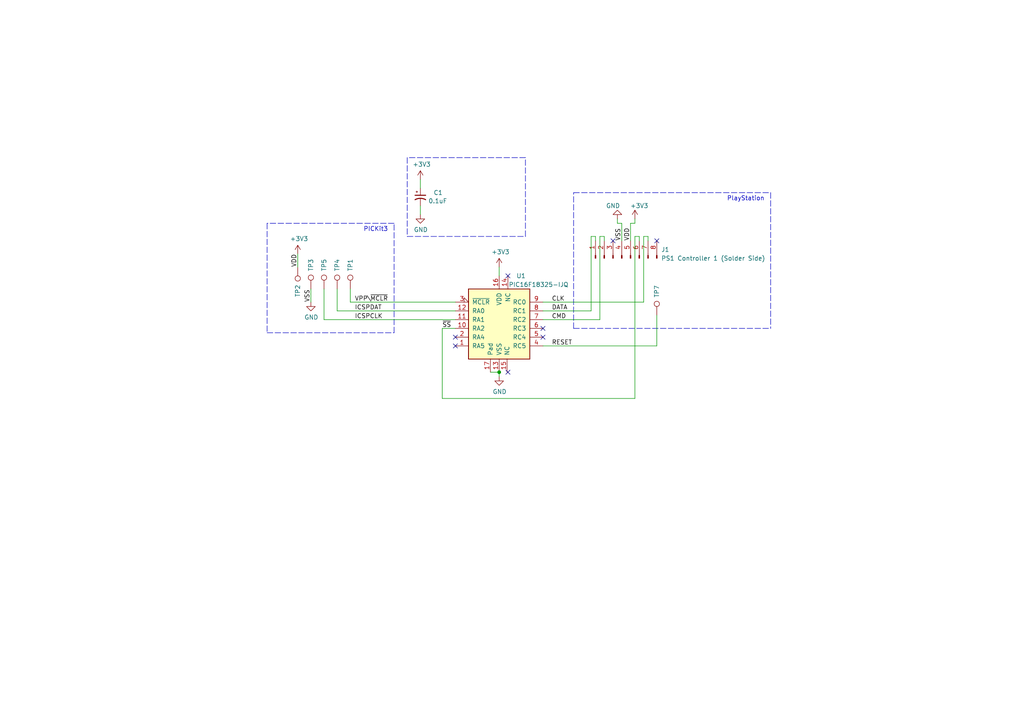
<source format=kicad_sch>
(kicad_sch
	(version 20231120)
	(generator "eeschema")
	(generator_version "8.0")
	(uuid "aa437070-b0bc-4d0e-97af-68906d85e10c")
	(paper "A4")
	(lib_symbols
		(symbol "Connector:TestPoint"
			(pin_numbers hide)
			(pin_names
				(offset 0.762) hide)
			(exclude_from_sim no)
			(in_bom yes)
			(on_board yes)
			(property "Reference" "TP"
				(at 0 6.858 0)
				(effects
					(font
						(size 1.27 1.27)
					)
				)
			)
			(property "Value" "TestPoint"
				(at 0 5.08 0)
				(effects
					(font
						(size 1.27 1.27)
					)
				)
			)
			(property "Footprint" ""
				(at 5.08 0 0)
				(effects
					(font
						(size 1.27 1.27)
					)
					(hide yes)
				)
			)
			(property "Datasheet" "~"
				(at 5.08 0 0)
				(effects
					(font
						(size 1.27 1.27)
					)
					(hide yes)
				)
			)
			(property "Description" "test point"
				(at 0 0 0)
				(effects
					(font
						(size 1.27 1.27)
					)
					(hide yes)
				)
			)
			(property "ki_keywords" "test point tp"
				(at 0 0 0)
				(effects
					(font
						(size 1.27 1.27)
					)
					(hide yes)
				)
			)
			(property "ki_fp_filters" "Pin* Test*"
				(at 0 0 0)
				(effects
					(font
						(size 1.27 1.27)
					)
					(hide yes)
				)
			)
			(symbol "TestPoint_0_1"
				(circle
					(center 0 3.302)
					(radius 0.762)
					(stroke
						(width 0)
						(type default)
					)
					(fill
						(type none)
					)
				)
			)
			(symbol "TestPoint_1_1"
				(pin passive line
					(at 0 0 90)
					(length 2.54)
					(name "1"
						(effects
							(font
								(size 1.27 1.27)
							)
						)
					)
					(number "1"
						(effects
							(font
								(size 1.27 1.27)
							)
						)
					)
				)
			)
		)
		(symbol "PS1-IGR JFT CTRLR Center-rescue:+3.3V-power"
			(power)
			(pin_names
				(offset 0)
			)
			(exclude_from_sim no)
			(in_bom yes)
			(on_board yes)
			(property "Reference" "#PWR"
				(at 0 -3.81 0)
				(effects
					(font
						(size 1.27 1.27)
					)
					(hide yes)
				)
			)
			(property "Value" "power_+3.3V"
				(at 0 3.556 0)
				(effects
					(font
						(size 1.27 1.27)
					)
				)
			)
			(property "Footprint" ""
				(at 0 0 0)
				(effects
					(font
						(size 1.27 1.27)
					)
					(hide yes)
				)
			)
			(property "Datasheet" ""
				(at 0 0 0)
				(effects
					(font
						(size 1.27 1.27)
					)
					(hide yes)
				)
			)
			(property "Description" ""
				(at 0 0 0)
				(effects
					(font
						(size 1.27 1.27)
					)
					(hide yes)
				)
			)
			(symbol "+3.3V-power_0_1"
				(polyline
					(pts
						(xy -0.762 1.27) (xy 0 2.54)
					)
					(stroke
						(width 0)
						(type solid)
					)
					(fill
						(type none)
					)
				)
				(polyline
					(pts
						(xy 0 0) (xy 0 2.54)
					)
					(stroke
						(width 0)
						(type solid)
					)
					(fill
						(type none)
					)
				)
				(polyline
					(pts
						(xy 0 2.54) (xy 0.762 1.27)
					)
					(stroke
						(width 0)
						(type solid)
					)
					(fill
						(type none)
					)
				)
			)
			(symbol "+3.3V-power_1_1"
				(pin power_in line
					(at 0 0 90)
					(length 0) hide
					(name "+3V3"
						(effects
							(font
								(size 1.27 1.27)
							)
						)
					)
					(number "1"
						(effects
							(font
								(size 1.27 1.27)
							)
						)
					)
				)
			)
		)
		(symbol "PS1-IGR JFT CTRLR Center-rescue:Conn_01x08_Male-Connector"
			(pin_names
				(offset 1.016) hide)
			(exclude_from_sim no)
			(in_bom yes)
			(on_board yes)
			(property "Reference" "J"
				(at 0 10.16 0)
				(effects
					(font
						(size 1.27 1.27)
					)
				)
			)
			(property "Value" "Connector_Conn_01x08_Male"
				(at 0 -12.7 0)
				(effects
					(font
						(size 1.27 1.27)
					)
				)
			)
			(property "Footprint" ""
				(at 0 0 0)
				(effects
					(font
						(size 1.27 1.27)
					)
					(hide yes)
				)
			)
			(property "Datasheet" ""
				(at 0 0 0)
				(effects
					(font
						(size 1.27 1.27)
					)
					(hide yes)
				)
			)
			(property "Description" ""
				(at 0 0 0)
				(effects
					(font
						(size 1.27 1.27)
					)
					(hide yes)
				)
			)
			(property "ki_fp_filters" "Connector*:*_1x??_*"
				(at 0 0 0)
				(effects
					(font
						(size 1.27 1.27)
					)
					(hide yes)
				)
			)
			(symbol "Conn_01x08_Male-Connector_1_1"
				(polyline
					(pts
						(xy 1.27 -10.16) (xy 0.8636 -10.16)
					)
					(stroke
						(width 0.1524)
						(type solid)
					)
					(fill
						(type none)
					)
				)
				(polyline
					(pts
						(xy 1.27 -7.62) (xy 0.8636 -7.62)
					)
					(stroke
						(width 0.1524)
						(type solid)
					)
					(fill
						(type none)
					)
				)
				(polyline
					(pts
						(xy 1.27 -5.08) (xy 0.8636 -5.08)
					)
					(stroke
						(width 0.1524)
						(type solid)
					)
					(fill
						(type none)
					)
				)
				(polyline
					(pts
						(xy 1.27 -2.54) (xy 0.8636 -2.54)
					)
					(stroke
						(width 0.1524)
						(type solid)
					)
					(fill
						(type none)
					)
				)
				(polyline
					(pts
						(xy 1.27 0) (xy 0.8636 0)
					)
					(stroke
						(width 0.1524)
						(type solid)
					)
					(fill
						(type none)
					)
				)
				(polyline
					(pts
						(xy 1.27 2.54) (xy 0.8636 2.54)
					)
					(stroke
						(width 0.1524)
						(type solid)
					)
					(fill
						(type none)
					)
				)
				(polyline
					(pts
						(xy 1.27 5.08) (xy 0.8636 5.08)
					)
					(stroke
						(width 0.1524)
						(type solid)
					)
					(fill
						(type none)
					)
				)
				(polyline
					(pts
						(xy 1.27 7.62) (xy 0.8636 7.62)
					)
					(stroke
						(width 0.1524)
						(type solid)
					)
					(fill
						(type none)
					)
				)
				(rectangle
					(start 0.8636 -10.033)
					(end 0 -10.287)
					(stroke
						(width 0.1524)
						(type solid)
					)
					(fill
						(type outline)
					)
				)
				(rectangle
					(start 0.8636 -7.493)
					(end 0 -7.747)
					(stroke
						(width 0.1524)
						(type solid)
					)
					(fill
						(type outline)
					)
				)
				(rectangle
					(start 0.8636 -4.953)
					(end 0 -5.207)
					(stroke
						(width 0.1524)
						(type solid)
					)
					(fill
						(type outline)
					)
				)
				(rectangle
					(start 0.8636 -2.413)
					(end 0 -2.667)
					(stroke
						(width 0.1524)
						(type solid)
					)
					(fill
						(type outline)
					)
				)
				(rectangle
					(start 0.8636 0.127)
					(end 0 -0.127)
					(stroke
						(width 0.1524)
						(type solid)
					)
					(fill
						(type outline)
					)
				)
				(rectangle
					(start 0.8636 2.667)
					(end 0 2.413)
					(stroke
						(width 0.1524)
						(type solid)
					)
					(fill
						(type outline)
					)
				)
				(rectangle
					(start 0.8636 5.207)
					(end 0 4.953)
					(stroke
						(width 0.1524)
						(type solid)
					)
					(fill
						(type outline)
					)
				)
				(rectangle
					(start 0.8636 7.747)
					(end 0 7.493)
					(stroke
						(width 0.1524)
						(type solid)
					)
					(fill
						(type outline)
					)
				)
				(pin passive line
					(at 5.08 7.62 180)
					(length 3.81)
					(name "Pin_1"
						(effects
							(font
								(size 1.27 1.27)
							)
						)
					)
					(number "1"
						(effects
							(font
								(size 1.27 1.27)
							)
						)
					)
				)
				(pin passive line
					(at 5.08 5.08 180)
					(length 3.81)
					(name "Pin_2"
						(effects
							(font
								(size 1.27 1.27)
							)
						)
					)
					(number "2"
						(effects
							(font
								(size 1.27 1.27)
							)
						)
					)
				)
				(pin passive line
					(at 5.08 2.54 180)
					(length 3.81)
					(name "Pin_3"
						(effects
							(font
								(size 1.27 1.27)
							)
						)
					)
					(number "3"
						(effects
							(font
								(size 1.27 1.27)
							)
						)
					)
				)
				(pin passive line
					(at 5.08 0 180)
					(length 3.81)
					(name "Pin_4"
						(effects
							(font
								(size 1.27 1.27)
							)
						)
					)
					(number "4"
						(effects
							(font
								(size 1.27 1.27)
							)
						)
					)
				)
				(pin passive line
					(at 5.08 -2.54 180)
					(length 3.81)
					(name "Pin_5"
						(effects
							(font
								(size 1.27 1.27)
							)
						)
					)
					(number "5"
						(effects
							(font
								(size 1.27 1.27)
							)
						)
					)
				)
				(pin passive line
					(at 5.08 -5.08 180)
					(length 3.81)
					(name "Pin_6"
						(effects
							(font
								(size 1.27 1.27)
							)
						)
					)
					(number "6"
						(effects
							(font
								(size 1.27 1.27)
							)
						)
					)
				)
				(pin passive line
					(at 5.08 -7.62 180)
					(length 3.81)
					(name "Pin_7"
						(effects
							(font
								(size 1.27 1.27)
							)
						)
					)
					(number "7"
						(effects
							(font
								(size 1.27 1.27)
							)
						)
					)
				)
				(pin passive line
					(at 5.08 -10.16 180)
					(length 3.81)
					(name "Pin_8"
						(effects
							(font
								(size 1.27 1.27)
							)
						)
					)
					(number "8"
						(effects
							(font
								(size 1.27 1.27)
							)
						)
					)
				)
			)
		)
		(symbol "PS1-IGR JFT CTRLR Center-rescue:GND-power"
			(power)
			(pin_names
				(offset 0)
			)
			(exclude_from_sim no)
			(in_bom yes)
			(on_board yes)
			(property "Reference" "#PWR"
				(at 0 -6.35 0)
				(effects
					(font
						(size 1.27 1.27)
					)
					(hide yes)
				)
			)
			(property "Value" "power_GND"
				(at 0 -3.81 0)
				(effects
					(font
						(size 1.27 1.27)
					)
				)
			)
			(property "Footprint" ""
				(at 0 0 0)
				(effects
					(font
						(size 1.27 1.27)
					)
					(hide yes)
				)
			)
			(property "Datasheet" ""
				(at 0 0 0)
				(effects
					(font
						(size 1.27 1.27)
					)
					(hide yes)
				)
			)
			(property "Description" ""
				(at 0 0 0)
				(effects
					(font
						(size 1.27 1.27)
					)
					(hide yes)
				)
			)
			(symbol "GND-power_0_1"
				(polyline
					(pts
						(xy 0 0) (xy 0 -1.27) (xy 1.27 -1.27) (xy 0 -2.54) (xy -1.27 -1.27) (xy 0 -1.27)
					)
					(stroke
						(width 0)
						(type solid)
					)
					(fill
						(type none)
					)
				)
			)
			(symbol "GND-power_1_1"
				(pin power_in line
					(at 0 0 270)
					(length 0) hide
					(name "GND"
						(effects
							(font
								(size 1.27 1.27)
							)
						)
					)
					(number "1"
						(effects
							(font
								(size 1.27 1.27)
							)
						)
					)
				)
			)
		)
		(symbol "PlayStation-1-Reset-Mod-rescue:C_Polarized_Small_US-Device"
			(pin_numbers hide)
			(pin_names
				(offset 0.254) hide)
			(exclude_from_sim no)
			(in_bom yes)
			(on_board yes)
			(property "Reference" "C"
				(at 0.254 1.778 0)
				(effects
					(font
						(size 1.27 1.27)
					)
					(justify left)
				)
			)
			(property "Value" "C_Polarized_Small_US-Device"
				(at 0.254 -2.032 0)
				(effects
					(font
						(size 1.27 1.27)
					)
					(justify left)
				)
			)
			(property "Footprint" ""
				(at 0 0 0)
				(effects
					(font
						(size 1.27 1.27)
					)
					(hide yes)
				)
			)
			(property "Datasheet" ""
				(at 0 0 0)
				(effects
					(font
						(size 1.27 1.27)
					)
					(hide yes)
				)
			)
			(property "Description" ""
				(at 0 0 0)
				(effects
					(font
						(size 1.27 1.27)
					)
					(hide yes)
				)
			)
			(property "ki_fp_filters" "CP_*"
				(at 0 0 0)
				(effects
					(font
						(size 1.27 1.27)
					)
					(hide yes)
				)
			)
			(symbol "C_Polarized_Small_US-Device_0_1"
				(polyline
					(pts
						(xy -1.524 0.508) (xy 1.524 0.508)
					)
					(stroke
						(width 0.3048)
						(type solid)
					)
					(fill
						(type none)
					)
				)
				(polyline
					(pts
						(xy -1.27 1.524) (xy -0.762 1.524)
					)
					(stroke
						(width 0)
						(type solid)
					)
					(fill
						(type none)
					)
				)
				(polyline
					(pts
						(xy -1.016 1.27) (xy -1.016 1.778)
					)
					(stroke
						(width 0)
						(type solid)
					)
					(fill
						(type none)
					)
				)
				(arc
					(start 1.524 -0.762)
					(mid 0 -0.3734)
					(end -1.524 -0.762)
					(stroke
						(width 0.3048)
						(type solid)
					)
					(fill
						(type none)
					)
				)
			)
			(symbol "C_Polarized_Small_US-Device_1_1"
				(pin passive line
					(at 0 2.54 270)
					(length 2.032)
					(name "~"
						(effects
							(font
								(size 1.27 1.27)
							)
						)
					)
					(number "1"
						(effects
							(font
								(size 1.27 1.27)
							)
						)
					)
				)
				(pin passive line
					(at 0 -2.54 90)
					(length 2.032)
					(name "~"
						(effects
							(font
								(size 1.27 1.27)
							)
						)
					)
					(number "2"
						(effects
							(font
								(size 1.27 1.27)
							)
						)
					)
				)
			)
		)
		(symbol "PlayStation-1-Reset-Mod:PIC16F18325-IJQ"
			(pin_names
				(offset 1.016)
			)
			(exclude_from_sim no)
			(in_bom yes)
			(on_board yes)
			(property "Reference" "U"
				(at 5.08 12.7 0)
				(effects
					(font
						(size 1.27 1.27)
					)
				)
			)
			(property "Value" "PIC16F18325-IJQ"
				(at -12.7 12.7 0)
				(effects
					(font
						(size 1.27 1.27)
					)
				)
			)
			(property "Footprint" "Package_SO:SOIC-14_3.9x8.7mm_P1.27mm"
				(at 0 -27.94 0)
				(effects
					(font
						(size 1.27 1.27)
					)
					(hide yes)
				)
			)
			(property "Datasheet" ""
				(at 0 0 0)
				(effects
					(font
						(size 1.27 1.27)
					)
					(hide yes)
				)
			)
			(property "Description" ""
				(at 0 0 0)
				(effects
					(font
						(size 1.27 1.27)
					)
					(hide yes)
				)
			)
			(symbol "PIC16F18325-IJQ_1_1"
				(rectangle
					(start -8.89 11.43)
					(end 8.89 -8.89)
					(stroke
						(width 0.254)
						(type solid)
					)
					(fill
						(type background)
					)
				)
				(pin bidirectional line
					(at -12.7 -5.08 0)
					(length 3.81)
					(name "RA5"
						(effects
							(font
								(size 1.27 1.27)
							)
						)
					)
					(number "1"
						(effects
							(font
								(size 1.27 1.27)
							)
						)
					)
				)
				(pin bidirectional line
					(at -12.7 0 0)
					(length 3.81)
					(name "RA2"
						(effects
							(font
								(size 1.27 1.27)
							)
						)
					)
					(number "10"
						(effects
							(font
								(size 1.27 1.27)
							)
						)
					)
				)
				(pin bidirectional line
					(at -12.7 2.54 0)
					(length 3.81)
					(name "RA1"
						(effects
							(font
								(size 1.27 1.27)
							)
						)
					)
					(number "11"
						(effects
							(font
								(size 1.27 1.27)
							)
						)
					)
				)
				(pin bidirectional line
					(at -12.7 5.08 0)
					(length 3.81)
					(name "RA0"
						(effects
							(font
								(size 1.27 1.27)
							)
						)
					)
					(number "12"
						(effects
							(font
								(size 1.27 1.27)
							)
						)
					)
				)
				(pin power_in line
					(at 0 -12.7 90)
					(length 3.81)
					(name "VSS"
						(effects
							(font
								(size 1.27 1.27)
							)
						)
					)
					(number "13"
						(effects
							(font
								(size 1.27 1.27)
							)
						)
					)
				)
				(pin bidirectional line
					(at 2.54 15.24 270)
					(length 3.81)
					(name "NC"
						(effects
							(font
								(size 1.27 1.27)
							)
						)
					)
					(number "14"
						(effects
							(font
								(size 1.27 1.27)
							)
						)
					)
				)
				(pin bidirectional line
					(at 2.286 -12.7 90)
					(length 3.81)
					(name "NC"
						(effects
							(font
								(size 1.27 1.27)
							)
						)
					)
					(number "15"
						(effects
							(font
								(size 1.27 1.27)
							)
						)
					)
				)
				(pin power_in line
					(at 0 15.24 270)
					(length 3.81)
					(name "VDD"
						(effects
							(font
								(size 1.27 1.27)
							)
						)
					)
					(number "16"
						(effects
							(font
								(size 1.27 1.27)
							)
						)
					)
				)
				(pin power_in line
					(at -2.54 -12.7 90)
					(length 3.81)
					(name "Pad"
						(effects
							(font
								(size 1.27 1.27)
							)
						)
					)
					(number "17"
						(effects
							(font
								(size 1.27 1.27)
							)
						)
					)
				)
				(pin bidirectional line
					(at -12.7 -2.54 0)
					(length 3.81)
					(name "RA4"
						(effects
							(font
								(size 1.27 1.27)
							)
						)
					)
					(number "2"
						(effects
							(font
								(size 1.27 1.27)
							)
						)
					)
				)
				(pin input input_low
					(at -12.7 7.62 0)
					(length 3.81)
					(name "~{MCLR}"
						(effects
							(font
								(size 1.27 1.27)
							)
						)
					)
					(number "3"
						(effects
							(font
								(size 1.27 1.27)
							)
						)
					)
				)
				(pin bidirectional line
					(at 12.7 -5.08 180)
					(length 3.81)
					(name "RC5"
						(effects
							(font
								(size 1.27 1.27)
							)
						)
					)
					(number "4"
						(effects
							(font
								(size 1.27 1.27)
							)
						)
					)
				)
				(pin bidirectional line
					(at 12.7 -2.54 180)
					(length 3.81)
					(name "RC4"
						(effects
							(font
								(size 1.27 1.27)
							)
						)
					)
					(number "5"
						(effects
							(font
								(size 1.27 1.27)
							)
						)
					)
				)
				(pin bidirectional line
					(at 12.7 0 180)
					(length 3.81)
					(name "RC3"
						(effects
							(font
								(size 1.27 1.27)
							)
						)
					)
					(number "6"
						(effects
							(font
								(size 1.27 1.27)
							)
						)
					)
				)
				(pin bidirectional line
					(at 12.7 2.54 180)
					(length 3.81)
					(name "RC2"
						(effects
							(font
								(size 1.27 1.27)
							)
						)
					)
					(number "7"
						(effects
							(font
								(size 1.27 1.27)
							)
						)
					)
				)
				(pin bidirectional line
					(at 12.7 5.08 180)
					(length 3.81)
					(name "RC1"
						(effects
							(font
								(size 1.27 1.27)
							)
						)
					)
					(number "8"
						(effects
							(font
								(size 1.27 1.27)
							)
						)
					)
				)
				(pin bidirectional line
					(at 12.7 7.62 180)
					(length 3.81)
					(name "RC0"
						(effects
							(font
								(size 1.27 1.27)
							)
						)
					)
					(number "9"
						(effects
							(font
								(size 1.27 1.27)
							)
						)
					)
				)
			)
		)
	)
	(junction
		(at 144.78 107.95)
		(diameter 0)
		(color 0 0 0 0)
		(uuid "4c8717a7-d1a3-43b6-98ee-a7950242a3bc")
	)
	(no_connect
		(at 132.08 100.33)
		(uuid "0e177869-773f-46b5-8da5-0699546474ed")
	)
	(no_connect
		(at 147.32 107.95)
		(uuid "3e825a9d-e37f-452a-833a-bef2a2beca2b")
	)
	(no_connect
		(at 132.08 97.79)
		(uuid "45125858-e531-48f4-b8c4-7609bd35c61d")
	)
	(no_connect
		(at 147.32 80.01)
		(uuid "7d8fbb6e-7391-4a47-8586-0112d1ba8fda")
	)
	(no_connect
		(at 190.5 69.85)
		(uuid "8e364ac8-720e-4483-bbd1-6ad01cf60ebc")
	)
	(no_connect
		(at 177.8 69.85)
		(uuid "93e9212c-6072-47e1-8844-0f0d59098fd2")
	)
	(no_connect
		(at 157.48 97.79)
		(uuid "9b02127d-4f99-4a03-9efd-5398549c63ba")
	)
	(no_connect
		(at 157.48 95.25)
		(uuid "a7f06b38-d444-498d-9304-6e9dd4f541dd")
	)
	(wire
		(pts
			(xy 182.88 64.77) (xy 182.88 69.85)
		)
		(stroke
			(width 0)
			(type default)
		)
		(uuid "0f266cba-92e1-4580-80dc-4eec4ee09aa1")
	)
	(wire
		(pts
			(xy 157.48 100.33) (xy 190.5 100.33)
		)
		(stroke
			(width 0)
			(type default)
		)
		(uuid "0f8e5210-a177-4083-9c24-f37a1a033d60")
	)
	(wire
		(pts
			(xy 184.15 63.5) (xy 184.15 64.77)
		)
		(stroke
			(width 0)
			(type default)
		)
		(uuid "10d10b16-fcae-40fb-8140-f402c155d22d")
	)
	(wire
		(pts
			(xy 157.48 92.71) (xy 173.99 92.71)
		)
		(stroke
			(width 0)
			(type default)
		)
		(uuid "159a8ac8-a787-46a1-b3b5-0c256d4679b4")
	)
	(wire
		(pts
			(xy 184.15 68.58) (xy 184.15 115.57)
		)
		(stroke
			(width 0)
			(type default)
		)
		(uuid "1797ad9d-115d-4ecb-9fde-b603250452d1")
	)
	(wire
		(pts
			(xy 187.96 68.58) (xy 186.69 68.58)
		)
		(stroke
			(width 0)
			(type default)
		)
		(uuid "1c40007a-16e9-4bd0-9ffd-105f51314d2a")
	)
	(polyline
		(pts
			(xy 114.3 96.52) (xy 114.3 64.77)
		)
		(stroke
			(width 0)
			(type dash)
		)
		(uuid "1eb5c126-c68d-4046-9c80-9ab9c203767f")
	)
	(wire
		(pts
			(xy 144.78 109.22) (xy 144.78 107.95)
		)
		(stroke
			(width 0)
			(type default)
		)
		(uuid "2919832e-ce1c-40ee-a993-a9e5810e6d61")
	)
	(wire
		(pts
			(xy 132.08 90.17) (xy 97.79 90.17)
		)
		(stroke
			(width 0)
			(type default)
		)
		(uuid "2ae6642b-8517-4847-acbc-db84426811d4")
	)
	(wire
		(pts
			(xy 142.24 107.95) (xy 144.78 107.95)
		)
		(stroke
			(width 0)
			(type default)
		)
		(uuid "3d121156-e1f4-499b-bcee-d8b4bcba1af1")
	)
	(wire
		(pts
			(xy 173.99 92.71) (xy 173.99 68.58)
		)
		(stroke
			(width 0)
			(type default)
		)
		(uuid "3edc9b9b-13fc-4e13-9e33-2be64ee71b60")
	)
	(wire
		(pts
			(xy 185.42 68.58) (xy 184.15 68.58)
		)
		(stroke
			(width 0)
			(type default)
		)
		(uuid "439d3591-6b35-4683-b3de-4fdd7ea3c0b4")
	)
	(polyline
		(pts
			(xy 114.3 64.77) (xy 77.47 64.77)
		)
		(stroke
			(width 0)
			(type dash)
		)
		(uuid "44c3489b-027b-41b7-b77f-da962178fcc2")
	)
	(wire
		(pts
			(xy 186.69 68.58) (xy 186.69 87.63)
		)
		(stroke
			(width 0)
			(type default)
		)
		(uuid "44da92df-2bac-496c-a089-4e7f3a428eab")
	)
	(wire
		(pts
			(xy 101.6 87.63) (xy 132.08 87.63)
		)
		(stroke
			(width 0)
			(type default)
		)
		(uuid "44dc621b-17bf-4257-9683-02d65e02396a")
	)
	(wire
		(pts
			(xy 171.45 68.58) (xy 172.72 68.58)
		)
		(stroke
			(width 0)
			(type default)
		)
		(uuid "483a1df7-275e-41aa-952b-66a6b10d768f")
	)
	(polyline
		(pts
			(xy 223.52 55.88) (xy 223.52 95.25)
		)
		(stroke
			(width 0)
			(type dash)
		)
		(uuid "4ce0fd4c-8933-4ddb-950e-d73796072227")
	)
	(wire
		(pts
			(xy 187.96 69.85) (xy 187.96 68.58)
		)
		(stroke
			(width 0)
			(type default)
		)
		(uuid "5c740b12-331d-406c-9cc7-aec2ba3bc1eb")
	)
	(wire
		(pts
			(xy 144.78 77.47) (xy 144.78 80.01)
		)
		(stroke
			(width 0)
			(type default)
		)
		(uuid "5deb8392-1a69-4544-b778-c9df30576a16")
	)
	(wire
		(pts
			(xy 171.45 68.58) (xy 171.45 90.17)
		)
		(stroke
			(width 0)
			(type default)
		)
		(uuid "64c4bb02-d37f-4772-a5b4-ce6484e733e9")
	)
	(wire
		(pts
			(xy 157.48 87.63) (xy 186.69 87.63)
		)
		(stroke
			(width 0)
			(type default)
		)
		(uuid "65a276ca-15cf-4ca0-81d7-10ed9c9e9124")
	)
	(polyline
		(pts
			(xy 166.37 55.88) (xy 223.52 55.88)
		)
		(stroke
			(width 0)
			(type dash)
		)
		(uuid "66ee1ba8-1888-42ec-b0f2-22cc398cf90e")
	)
	(wire
		(pts
			(xy 90.17 83.82) (xy 90.17 87.63)
		)
		(stroke
			(width 0)
			(type default)
		)
		(uuid "684f384f-1622-44aa-a33d-acb31399e631")
	)
	(wire
		(pts
			(xy 185.42 69.85) (xy 185.42 68.58)
		)
		(stroke
			(width 0)
			(type default)
		)
		(uuid "7229a047-5046-4881-9238-efa1958eb88d")
	)
	(wire
		(pts
			(xy 172.72 68.58) (xy 172.72 69.85)
		)
		(stroke
			(width 0)
			(type default)
		)
		(uuid "740b746a-0e88-4a92-bf7c-555271078c27")
	)
	(polyline
		(pts
			(xy 77.47 96.52) (xy 114.3 96.52)
		)
		(stroke
			(width 0)
			(type dash)
		)
		(uuid "773e7043-761e-4400-9d3a-ba853e848d9d")
	)
	(wire
		(pts
			(xy 179.07 63.5) (xy 179.07 64.77)
		)
		(stroke
			(width 0)
			(type default)
		)
		(uuid "8679fe5c-5058-4547-98c1-4a2ce25afe01")
	)
	(wire
		(pts
			(xy 173.99 68.58) (xy 175.26 68.58)
		)
		(stroke
			(width 0)
			(type default)
		)
		(uuid "86a40c4f-509b-4cc1-b00c-cbbdf5e6f931")
	)
	(wire
		(pts
			(xy 101.6 87.63) (xy 101.6 83.82)
		)
		(stroke
			(width 0)
			(type default)
		)
		(uuid "8e0573c0-d20f-4b5e-826c-f23ccc9830d7")
	)
	(wire
		(pts
			(xy 175.26 68.58) (xy 175.26 69.85)
		)
		(stroke
			(width 0)
			(type default)
		)
		(uuid "934dde76-5bb4-4fab-8a09-c0ab89165744")
	)
	(wire
		(pts
			(xy 128.27 115.57) (xy 184.15 115.57)
		)
		(stroke
			(width 0)
			(type default)
		)
		(uuid "96ff21da-2994-4c08-9601-ea0d5a1d9201")
	)
	(wire
		(pts
			(xy 93.98 92.71) (xy 132.08 92.71)
		)
		(stroke
			(width 0)
			(type default)
		)
		(uuid "9a10d589-633b-4b99-9a62-9242c0953403")
	)
	(wire
		(pts
			(xy 121.92 59.69) (xy 121.92 62.23)
		)
		(stroke
			(width 0)
			(type default)
		)
		(uuid "9a1cabad-0238-47a1-a08a-e8d061e84d78")
	)
	(wire
		(pts
			(xy 128.27 95.25) (xy 128.27 115.57)
		)
		(stroke
			(width 0)
			(type default)
		)
		(uuid "a06bf09b-af9c-4335-a885-60d2ae79f73d")
	)
	(polyline
		(pts
			(xy 118.11 68.58) (xy 152.4 68.58)
		)
		(stroke
			(width 0)
			(type dash)
		)
		(uuid "a5e7c4a5-b888-4ef5-9a95-15d795a2df74")
	)
	(wire
		(pts
			(xy 86.36 77.47) (xy 86.36 73.66)
		)
		(stroke
			(width 0)
			(type default)
		)
		(uuid "a6170476-747c-4e00-865a-a86337274d86")
	)
	(wire
		(pts
			(xy 97.79 90.17) (xy 97.79 83.82)
		)
		(stroke
			(width 0)
			(type default)
		)
		(uuid "a91254b1-1f06-4402-8e94-0555fe5e8bde")
	)
	(polyline
		(pts
			(xy 152.4 68.58) (xy 152.4 45.72)
		)
		(stroke
			(width 0)
			(type dash)
		)
		(uuid "bcfc4d99-8ef3-463d-8ce4-9f6a6089d621")
	)
	(wire
		(pts
			(xy 190.5 100.33) (xy 190.5 91.44)
		)
		(stroke
			(width 0)
			(type default)
		)
		(uuid "bf729ead-3c84-4c68-a90f-988654a3da6d")
	)
	(wire
		(pts
			(xy 157.48 90.17) (xy 171.45 90.17)
		)
		(stroke
			(width 0)
			(type default)
		)
		(uuid "c0608895-96c9-4411-812b-b09c921e978a")
	)
	(polyline
		(pts
			(xy 152.4 45.72) (xy 118.11 45.72)
		)
		(stroke
			(width 0)
			(type dash)
		)
		(uuid "c8da598d-de17-47fd-8d8f-e76f6cb07fd4")
	)
	(wire
		(pts
			(xy 132.08 95.25) (xy 128.27 95.25)
		)
		(stroke
			(width 0)
			(type default)
		)
		(uuid "c93fb94c-b6d6-4783-971a-a6da3a6247d0")
	)
	(wire
		(pts
			(xy 179.07 64.77) (xy 180.34 64.77)
		)
		(stroke
			(width 0)
			(type default)
		)
		(uuid "cf4c52be-e2ed-4442-b62e-8bbf015579a9")
	)
	(wire
		(pts
			(xy 121.92 52.07) (xy 121.92 54.61)
		)
		(stroke
			(width 0)
			(type default)
		)
		(uuid "cf5d4920-72f1-4461-9415-b00e1a165e2d")
	)
	(polyline
		(pts
			(xy 166.37 95.25) (xy 166.37 55.88)
		)
		(stroke
			(width 0)
			(type dash)
		)
		(uuid "e095560b-6166-414b-b609-d8fd0ca8f12c")
	)
	(polyline
		(pts
			(xy 166.37 95.25) (xy 223.52 95.25)
		)
		(stroke
			(width 0)
			(type dash)
		)
		(uuid "e25cb9b7-e147-43bb-af97-cfe94d83ecdb")
	)
	(polyline
		(pts
			(xy 118.11 45.72) (xy 118.11 68.58)
		)
		(stroke
			(width 0)
			(type dash)
		)
		(uuid "ebe3af89-80ad-419a-9054-e770ac8957ea")
	)
	(wire
		(pts
			(xy 93.98 92.71) (xy 93.98 83.82)
		)
		(stroke
			(width 0)
			(type default)
		)
		(uuid "ee854b2d-57c8-492b-8a0c-bb6f2ca8f7ac")
	)
	(polyline
		(pts
			(xy 77.47 64.77) (xy 77.47 96.52)
		)
		(stroke
			(width 0)
			(type dash)
		)
		(uuid "ef62278d-b993-489b-a6b2-52fdc161aee1")
	)
	(wire
		(pts
			(xy 180.34 64.77) (xy 180.34 69.85)
		)
		(stroke
			(width 0)
			(type default)
		)
		(uuid "fc639bb1-e864-4a5c-9c43-39987cc38e99")
	)
	(wire
		(pts
			(xy 184.15 64.77) (xy 182.88 64.77)
		)
		(stroke
			(width 0)
			(type default)
		)
		(uuid "ff7ea938-2071-457b-a846-88a3df17a4f7")
	)
	(text "PlayStation"
		(exclude_from_sim no)
		(at 210.82 58.42 0)
		(effects
			(font
				(size 1.27 1.27)
			)
			(justify left bottom)
		)
		(uuid "5cef3561-3e9b-42b3-a637-8bdea2cb77d2")
	)
	(text "PICKit3"
		(exclude_from_sim no)
		(at 105.41 67.31 0)
		(effects
			(font
				(size 1.27 1.27)
			)
			(justify left bottom)
		)
		(uuid "b8ef227b-ddf4-4df3-8448-e14eb03c46f9")
	)
	(label "VSS"
		(at 180.34 69.85 90)
		(fields_autoplaced yes)
		(effects
			(font
				(size 1.27 1.27)
			)
			(justify left bottom)
		)
		(uuid "0db71a40-3d1d-4737-8d53-d88c4ebcc740")
	)
	(label "CLK"
		(at 160.02 87.63 0)
		(fields_autoplaced yes)
		(effects
			(font
				(size 1.27 1.27)
			)
			(justify left bottom)
		)
		(uuid "1a3d5866-6e54-4abf-83c5-f177dd8ef59a")
	)
	(label "DATA"
		(at 160.02 90.17 0)
		(fields_autoplaced yes)
		(effects
			(font
				(size 1.27 1.27)
			)
			(justify left bottom)
		)
		(uuid "45413478-ab4e-498d-a270-c70c8c971114")
	)
	(label "RESET"
		(at 160.02 100.33 0)
		(fields_autoplaced yes)
		(effects
			(font
				(size 1.27 1.27)
			)
			(justify left bottom)
		)
		(uuid "4be3ca4b-7110-4a7b-8e37-1a5609491e34")
	)
	(label "~{SS}"
		(at 128.27 95.25 0)
		(fields_autoplaced yes)
		(effects
			(font
				(size 1.27 1.27)
			)
			(justify left bottom)
		)
		(uuid "5d824e10-c179-4d16-b74b-a5821c90d5b1")
	)
	(label "ICSPDAT"
		(at 102.87 90.17 0)
		(fields_autoplaced yes)
		(effects
			(font
				(size 1.27 1.27)
			)
			(justify left bottom)
		)
		(uuid "6b58da60-b25f-4797-8677-48973ba4d5d4")
	)
	(label "VDD"
		(at 182.88 69.85 90)
		(fields_autoplaced yes)
		(effects
			(font
				(size 1.27 1.27)
			)
			(justify left bottom)
		)
		(uuid "7b1d057d-9092-4aa0-bd21-2208c851b643")
	)
	(label "VSS"
		(at 90.17 87.63 90)
		(fields_autoplaced yes)
		(effects
			(font
				(size 1.27 1.27)
			)
			(justify left bottom)
		)
		(uuid "92b06672-ed99-443f-b28c-4f5b9e6e3ed6")
	)
	(label "VPP\\~{MCLR}"
		(at 102.87 87.63 0)
		(fields_autoplaced yes)
		(effects
			(font
				(size 1.27 1.27)
			)
			(justify left bottom)
		)
		(uuid "974942b1-caae-4a30-9ca6-4eb4347fe4c9")
	)
	(label "CMD"
		(at 160.02 92.71 0)
		(fields_autoplaced yes)
		(effects
			(font
				(size 1.27 1.27)
			)
			(justify left bottom)
		)
		(uuid "b046aa99-75c7-40a4-a9b0-78946cc18d35")
	)
	(label "VDD"
		(at 86.36 77.47 90)
		(fields_autoplaced yes)
		(effects
			(font
				(size 1.27 1.27)
			)
			(justify left bottom)
		)
		(uuid "b470d5a8-3ba0-474b-9b07-93f514b0acf4")
	)
	(label "ICSPCLK"
		(at 102.87 92.71 0)
		(fields_autoplaced yes)
		(effects
			(font
				(size 1.27 1.27)
			)
			(justify left bottom)
		)
		(uuid "d84effc7-b36b-4da3-a936-fa5f1a30f212")
	)
	(symbol
		(lib_id "PS1-IGR JFT CTRLR Center-rescue:GND-power")
		(at 144.78 109.22 0)
		(unit 1)
		(exclude_from_sim no)
		(in_bom yes)
		(on_board yes)
		(dnp no)
		(uuid "00000000-0000-0000-0000-00005da2790a")
		(property "Reference" "#PWR04"
			(at 144.78 115.57 0)
			(effects
				(font
					(size 1.27 1.27)
				)
				(hide yes)
			)
		)
		(property "Value" "GND"
			(at 144.907 113.6142 0)
			(effects
				(font
					(size 1.27 1.27)
				)
			)
		)
		(property "Footprint" ""
			(at 144.78 109.22 0)
			(effects
				(font
					(size 1.27 1.27)
				)
				(hide yes)
			)
		)
		(property "Datasheet" ""
			(at 144.78 109.22 0)
			(effects
				(font
					(size 1.27 1.27)
				)
				(hide yes)
			)
		)
		(property "Description" ""
			(at 144.78 109.22 0)
			(effects
				(font
					(size 1.27 1.27)
				)
				(hide yes)
			)
		)
		(pin "1"
			(uuid "76f5ef5b-88c6-4dbb-929a-07dc0a64afbc")
		)
		(instances
			(project ""
				(path "/aa437070-b0bc-4d0e-97af-68906d85e10c"
					(reference "#PWR04")
					(unit 1)
				)
			)
		)
	)
	(symbol
		(lib_id "PlayStation-1-Reset-Mod:PIC16F18325-IJQ")
		(at 144.78 95.25 0)
		(unit 1)
		(exclude_from_sim no)
		(in_bom yes)
		(on_board yes)
		(dnp no)
		(uuid "00000000-0000-0000-0000-00005da28049")
		(property "Reference" "U1"
			(at 151.13 80.01 0)
			(effects
				(font
					(size 1.27 1.27)
				)
			)
		)
		(property "Value" "PIC16F18325-IJQ"
			(at 156.21 82.55 0)
			(effects
				(font
					(size 1.27 1.27)
				)
			)
		)
		(property "Footprint" "PS1-IGR:UQFN-16-1EP_4x4mm_P0.65mm_EP2.6x2.6mm"
			(at 144.78 123.19 0)
			(effects
				(font
					(size 1.27 1.27)
				)
				(hide yes)
			)
		)
		(property "Datasheet" ""
			(at 144.78 95.25 0)
			(effects
				(font
					(size 1.27 1.27)
				)
				(hide yes)
			)
		)
		(property "Description" ""
			(at 144.78 95.25 0)
			(effects
				(font
					(size 1.27 1.27)
				)
				(hide yes)
			)
		)
		(pin "8"
			(uuid "550e7bf4-85bb-449a-80cd-37d7e08cba22")
		)
		(pin "10"
			(uuid "6f0e3fa3-3b9e-4801-9daf-e6594a67d700")
		)
		(pin "11"
			(uuid "cf05dca9-aa4d-48d5-9923-52d178acdac5")
		)
		(pin "14"
			(uuid "8589ed78-e54e-472c-83d3-494b9101ebd5")
		)
		(pin "15"
			(uuid "db0162ea-fa59-48b1-8cfa-1050404af90a")
		)
		(pin "13"
			(uuid "e3f1678e-17b9-432e-94ee-da3087763788")
		)
		(pin "1"
			(uuid "7530239d-dc97-47cd-8c4a-8e1545c435ad")
		)
		(pin "12"
			(uuid "12c41612-8b91-44db-9c8b-1019e719997b")
		)
		(pin "16"
			(uuid "65dd4602-1442-4cd6-ba76-e555facbd2c1")
		)
		(pin "17"
			(uuid "e611d901-acd1-4d8f-89f0-82402c358921")
		)
		(pin "4"
			(uuid "8ea6e388-6b9c-473f-b641-9248df3017c3")
		)
		(pin "2"
			(uuid "8088bf48-d3ae-4730-b0e4-e114dd006f9e")
		)
		(pin "3"
			(uuid "23ec7b76-70e7-4109-ad5d-7d2b2bc037fa")
		)
		(pin "6"
			(uuid "411d8b56-fa10-487c-a5e9-40e1ad0b6d79")
		)
		(pin "7"
			(uuid "c0a966ea-0377-4b44-be9c-1a506246c116")
		)
		(pin "5"
			(uuid "95d03949-b844-4833-850d-cd230e2f96f3")
		)
		(pin "9"
			(uuid "f25320cd-a5d0-4705-886a-87487ab5023e")
		)
		(instances
			(project ""
				(path "/aa437070-b0bc-4d0e-97af-68906d85e10c"
					(reference "U1")
					(unit 1)
				)
			)
		)
	)
	(symbol
		(lib_id "PS1-IGR JFT CTRLR Center-rescue:+3.3V-power")
		(at 144.78 77.47 0)
		(unit 1)
		(exclude_from_sim no)
		(in_bom yes)
		(on_board yes)
		(dnp no)
		(uuid "00000000-0000-0000-0000-00005da29415")
		(property "Reference" "#PWR03"
			(at 144.78 81.28 0)
			(effects
				(font
					(size 1.27 1.27)
				)
				(hide yes)
			)
		)
		(property "Value" "+3V3"
			(at 145.161 73.0758 0)
			(effects
				(font
					(size 1.27 1.27)
				)
			)
		)
		(property "Footprint" ""
			(at 144.78 77.47 0)
			(effects
				(font
					(size 1.27 1.27)
				)
				(hide yes)
			)
		)
		(property "Datasheet" ""
			(at 144.78 77.47 0)
			(effects
				(font
					(size 1.27 1.27)
				)
				(hide yes)
			)
		)
		(property "Description" ""
			(at 144.78 77.47 0)
			(effects
				(font
					(size 1.27 1.27)
				)
				(hide yes)
			)
		)
		(pin "1"
			(uuid "e68a857a-1dd0-4436-89b4-3f53908670d9")
		)
		(instances
			(project ""
				(path "/aa437070-b0bc-4d0e-97af-68906d85e10c"
					(reference "#PWR03")
					(unit 1)
				)
			)
		)
	)
	(symbol
		(lib_id "PS1-IGR JFT CTRLR Center-rescue:+3.3V-power")
		(at 121.92 52.07 0)
		(unit 1)
		(exclude_from_sim no)
		(in_bom yes)
		(on_board yes)
		(dnp no)
		(uuid "00000000-0000-0000-0000-00005da2bbab")
		(property "Reference" "#PWR05"
			(at 121.92 55.88 0)
			(effects
				(font
					(size 1.27 1.27)
				)
				(hide yes)
			)
		)
		(property "Value" "+3V3"
			(at 122.301 47.6758 0)
			(effects
				(font
					(size 1.27 1.27)
				)
			)
		)
		(property "Footprint" ""
			(at 121.92 52.07 0)
			(effects
				(font
					(size 1.27 1.27)
				)
				(hide yes)
			)
		)
		(property "Datasheet" ""
			(at 121.92 52.07 0)
			(effects
				(font
					(size 1.27 1.27)
				)
				(hide yes)
			)
		)
		(property "Description" ""
			(at 121.92 52.07 0)
			(effects
				(font
					(size 1.27 1.27)
				)
				(hide yes)
			)
		)
		(pin "1"
			(uuid "65f1d4a6-ef36-4313-b999-610724eaebaf")
		)
		(instances
			(project ""
				(path "/aa437070-b0bc-4d0e-97af-68906d85e10c"
					(reference "#PWR05")
					(unit 1)
				)
			)
		)
	)
	(symbol
		(lib_id "PS1-IGR JFT CTRLR Center-rescue:GND-power")
		(at 121.92 62.23 0)
		(unit 1)
		(exclude_from_sim no)
		(in_bom yes)
		(on_board yes)
		(dnp no)
		(uuid "00000000-0000-0000-0000-00005da2c059")
		(property "Reference" "#PWR06"
			(at 121.92 68.58 0)
			(effects
				(font
					(size 1.27 1.27)
				)
				(hide yes)
			)
		)
		(property "Value" "GND"
			(at 122.047 66.6242 0)
			(effects
				(font
					(size 1.27 1.27)
				)
			)
		)
		(property "Footprint" ""
			(at 121.92 62.23 0)
			(effects
				(font
					(size 1.27 1.27)
				)
				(hide yes)
			)
		)
		(property "Datasheet" ""
			(at 121.92 62.23 0)
			(effects
				(font
					(size 1.27 1.27)
				)
				(hide yes)
			)
		)
		(property "Description" ""
			(at 121.92 62.23 0)
			(effects
				(font
					(size 1.27 1.27)
				)
				(hide yes)
			)
		)
		(pin "1"
			(uuid "b99dc4df-6fbc-40dc-bac8-78f01dea2d73")
		)
		(instances
			(project ""
				(path "/aa437070-b0bc-4d0e-97af-68906d85e10c"
					(reference "#PWR06")
					(unit 1)
				)
			)
		)
	)
	(symbol
		(lib_id "PS1-IGR JFT CTRLR Center-rescue:+3.3V-power")
		(at 86.36 73.66 0)
		(unit 1)
		(exclude_from_sim no)
		(in_bom yes)
		(on_board yes)
		(dnp no)
		(uuid "00000000-0000-0000-0000-00005da328e1")
		(property "Reference" "#PWR01"
			(at 86.36 77.47 0)
			(effects
				(font
					(size 1.27 1.27)
				)
				(hide yes)
			)
		)
		(property "Value" "+3V3"
			(at 86.741 69.2658 0)
			(effects
				(font
					(size 1.27 1.27)
				)
			)
		)
		(property "Footprint" ""
			(at 86.36 73.66 0)
			(effects
				(font
					(size 1.27 1.27)
				)
				(hide yes)
			)
		)
		(property "Datasheet" ""
			(at 86.36 73.66 0)
			(effects
				(font
					(size 1.27 1.27)
				)
				(hide yes)
			)
		)
		(property "Description" ""
			(at 86.36 73.66 0)
			(effects
				(font
					(size 1.27 1.27)
				)
				(hide yes)
			)
		)
		(pin "1"
			(uuid "c31f3006-05b0-4e0a-bf85-bea574a8a07a")
		)
		(instances
			(project ""
				(path "/aa437070-b0bc-4d0e-97af-68906d85e10c"
					(reference "#PWR01")
					(unit 1)
				)
			)
		)
	)
	(symbol
		(lib_id "PS1-IGR JFT CTRLR Center-rescue:GND-power")
		(at 90.17 87.63 0)
		(unit 1)
		(exclude_from_sim no)
		(in_bom yes)
		(on_board yes)
		(dnp no)
		(uuid "00000000-0000-0000-0000-00005da33130")
		(property "Reference" "#PWR02"
			(at 90.17 93.98 0)
			(effects
				(font
					(size 1.27 1.27)
				)
				(hide yes)
			)
		)
		(property "Value" "GND"
			(at 90.297 92.0242 0)
			(effects
				(font
					(size 1.27 1.27)
				)
			)
		)
		(property "Footprint" ""
			(at 90.17 87.63 0)
			(effects
				(font
					(size 1.27 1.27)
				)
				(hide yes)
			)
		)
		(property "Datasheet" ""
			(at 90.17 87.63 0)
			(effects
				(font
					(size 1.27 1.27)
				)
				(hide yes)
			)
		)
		(property "Description" ""
			(at 90.17 87.63 0)
			(effects
				(font
					(size 1.27 1.27)
				)
				(hide yes)
			)
		)
		(pin "1"
			(uuid "a1b192d7-c9a3-4605-a7f5-8c2aa5ea169d")
		)
		(instances
			(project ""
				(path "/aa437070-b0bc-4d0e-97af-68906d85e10c"
					(reference "#PWR02")
					(unit 1)
				)
			)
		)
	)
	(symbol
		(lib_id "Connector:TestPoint")
		(at 101.6 83.82 0)
		(unit 1)
		(exclude_from_sim no)
		(in_bom yes)
		(on_board yes)
		(dnp no)
		(uuid "00000000-0000-0000-0000-00005da646d5")
		(property "Reference" "TP1"
			(at 101.6 78.74 90)
			(effects
				(font
					(size 1.27 1.27)
				)
				(justify left)
			)
		)
		(property "Value" "VPP"
			(at 103.0732 83.1342 0)
			(effects
				(font
					(size 1.27 1.27)
				)
				(justify left)
				(hide yes)
			)
		)
		(property "Footprint" "PS1-IGR:TestPoint_Pad_NoSilk_D1.0mm"
			(at 106.68 83.82 0)
			(effects
				(font
					(size 1.27 1.27)
				)
				(hide yes)
			)
		)
		(property "Datasheet" "~"
			(at 106.68 83.82 0)
			(effects
				(font
					(size 1.27 1.27)
				)
				(hide yes)
			)
		)
		(property "Description" ""
			(at 101.6 83.82 0)
			(effects
				(font
					(size 1.27 1.27)
				)
				(hide yes)
			)
		)
		(pin "1"
			(uuid "ad603aab-292c-47fa-8750-e322b1934db3")
		)
		(instances
			(project ""
				(path "/aa437070-b0bc-4d0e-97af-68906d85e10c"
					(reference "TP1")
					(unit 1)
				)
			)
		)
	)
	(symbol
		(lib_id "Connector:TestPoint")
		(at 97.79 83.82 0)
		(unit 1)
		(exclude_from_sim no)
		(in_bom yes)
		(on_board yes)
		(dnp no)
		(uuid "00000000-0000-0000-0000-00005da65166")
		(property "Reference" "TP4"
			(at 97.79 78.74 90)
			(effects
				(font
					(size 1.27 1.27)
				)
				(justify left)
			)
		)
		(property "Value" "DAT"
			(at 99.2632 83.1342 0)
			(effects
				(font
					(size 1.27 1.27)
				)
				(justify left)
				(hide yes)
			)
		)
		(property "Footprint" "PS1-IGR:TestPoint_Pad_NoSilk_D1.0mm"
			(at 102.87 83.82 0)
			(effects
				(font
					(size 1.27 1.27)
				)
				(hide yes)
			)
		)
		(property "Datasheet" "~"
			(at 102.87 83.82 0)
			(effects
				(font
					(size 1.27 1.27)
				)
				(hide yes)
			)
		)
		(property "Description" ""
			(at 97.79 83.82 0)
			(effects
				(font
					(size 1.27 1.27)
				)
				(hide yes)
			)
		)
		(pin "1"
			(uuid "4dc14666-9208-4fc3-a53d-e7d60a673f3d")
		)
		(instances
			(project ""
				(path "/aa437070-b0bc-4d0e-97af-68906d85e10c"
					(reference "TP4")
					(unit 1)
				)
			)
		)
	)
	(symbol
		(lib_id "Connector:TestPoint")
		(at 93.98 83.82 0)
		(unit 1)
		(exclude_from_sim no)
		(in_bom yes)
		(on_board yes)
		(dnp no)
		(uuid "00000000-0000-0000-0000-00005da652eb")
		(property "Reference" "TP5"
			(at 93.98 78.74 90)
			(effects
				(font
					(size 1.27 1.27)
				)
				(justify left)
			)
		)
		(property "Value" "CLK"
			(at 95.4532 83.1342 0)
			(effects
				(font
					(size 1.27 1.27)
				)
				(justify left)
				(hide yes)
			)
		)
		(property "Footprint" "PS1-IGR:TestPoint_Pad_NoSilk_D1.0mm"
			(at 99.06 83.82 0)
			(effects
				(font
					(size 1.27 1.27)
				)
				(hide yes)
			)
		)
		(property "Datasheet" "~"
			(at 99.06 83.82 0)
			(effects
				(font
					(size 1.27 1.27)
				)
				(hide yes)
			)
		)
		(property "Description" ""
			(at 93.98 83.82 0)
			(effects
				(font
					(size 1.27 1.27)
				)
				(hide yes)
			)
		)
		(pin "1"
			(uuid "753f7505-4ada-4541-9c29-fc314a816a6b")
		)
		(instances
			(project ""
				(path "/aa437070-b0bc-4d0e-97af-68906d85e10c"
					(reference "TP5")
					(unit 1)
				)
			)
		)
	)
	(symbol
		(lib_id "Connector:TestPoint")
		(at 86.36 77.47 180)
		(unit 1)
		(exclude_from_sim no)
		(in_bom yes)
		(on_board yes)
		(dnp no)
		(uuid "00000000-0000-0000-0000-00005da6550a")
		(property "Reference" "TP2"
			(at 86.36 82.55 90)
			(effects
				(font
					(size 1.27 1.27)
				)
				(justify left)
			)
		)
		(property "Value" "VDD"
			(at 84.8868 78.1558 0)
			(effects
				(font
					(size 1.27 1.27)
				)
				(justify left)
				(hide yes)
			)
		)
		(property "Footprint" "PS1-IGR:TestPoint_Pad_NoSilk_D1.0mm"
			(at 81.28 77.47 0)
			(effects
				(font
					(size 1.27 1.27)
				)
				(hide yes)
			)
		)
		(property "Datasheet" "~"
			(at 81.28 77.47 0)
			(effects
				(font
					(size 1.27 1.27)
				)
				(hide yes)
			)
		)
		(property "Description" ""
			(at 86.36 77.47 0)
			(effects
				(font
					(size 1.27 1.27)
				)
				(hide yes)
			)
		)
		(pin "1"
			(uuid "a9c3d0a8-71d3-41f2-8e61-4181b88b8ce8")
		)
		(instances
			(project ""
				(path "/aa437070-b0bc-4d0e-97af-68906d85e10c"
					(reference "TP2")
					(unit 1)
				)
			)
		)
	)
	(symbol
		(lib_id "Connector:TestPoint")
		(at 90.17 83.82 0)
		(unit 1)
		(exclude_from_sim no)
		(in_bom yes)
		(on_board yes)
		(dnp no)
		(uuid "00000000-0000-0000-0000-00005da656b7")
		(property "Reference" "TP3"
			(at 90.17 78.74 90)
			(effects
				(font
					(size 1.27 1.27)
				)
				(justify left)
			)
		)
		(property "Value" "VSS"
			(at 91.6432 83.1342 0)
			(effects
				(font
					(size 1.27 1.27)
				)
				(justify left)
				(hide yes)
			)
		)
		(property "Footprint" "PS1-IGR:TestPoint_Pad_NoSilk_D1.0mm"
			(at 95.25 83.82 0)
			(effects
				(font
					(size 1.27 1.27)
				)
				(hide yes)
			)
		)
		(property "Datasheet" "~"
			(at 95.25 83.82 0)
			(effects
				(font
					(size 1.27 1.27)
				)
				(hide yes)
			)
		)
		(property "Description" ""
			(at 90.17 83.82 0)
			(effects
				(font
					(size 1.27 1.27)
				)
				(hide yes)
			)
		)
		(pin "1"
			(uuid "b42a6ea6-a586-4009-871e-f7a7cca6ab28")
		)
		(instances
			(project ""
				(path "/aa437070-b0bc-4d0e-97af-68906d85e10c"
					(reference "TP3")
					(unit 1)
				)
			)
		)
	)
	(symbol
		(lib_id "PS1-IGR JFT CTRLR Center-rescue:+3.3V-power")
		(at 184.15 63.5 0)
		(unit 1)
		(exclude_from_sim no)
		(in_bom yes)
		(on_board yes)
		(dnp no)
		(uuid "00000000-0000-0000-0000-00005dab3abc")
		(property "Reference" "#PWR0101"
			(at 184.15 67.31 0)
			(effects
				(font
					(size 1.27 1.27)
				)
				(hide yes)
			)
		)
		(property "Value" "+3V3"
			(at 185.42 59.69 0)
			(effects
				(font
					(size 1.27 1.27)
				)
			)
		)
		(property "Footprint" ""
			(at 184.15 63.5 0)
			(effects
				(font
					(size 1.27 1.27)
				)
				(hide yes)
			)
		)
		(property "Datasheet" ""
			(at 184.15 63.5 0)
			(effects
				(font
					(size 1.27 1.27)
				)
				(hide yes)
			)
		)
		(property "Description" ""
			(at 184.15 63.5 0)
			(effects
				(font
					(size 1.27 1.27)
				)
				(hide yes)
			)
		)
		(pin "1"
			(uuid "76769771-4f1f-4f0e-aa89-f42f97840af7")
		)
		(instances
			(project ""
				(path "/aa437070-b0bc-4d0e-97af-68906d85e10c"
					(reference "#PWR0101")
					(unit 1)
				)
			)
		)
	)
	(symbol
		(lib_id "PS1-IGR JFT CTRLR Center-rescue:GND-power")
		(at 179.07 63.5 180)
		(unit 1)
		(exclude_from_sim no)
		(in_bom yes)
		(on_board yes)
		(dnp no)
		(uuid "00000000-0000-0000-0000-00005dab41bd")
		(property "Reference" "#PWR0102"
			(at 179.07 57.15 0)
			(effects
				(font
					(size 1.27 1.27)
				)
				(hide yes)
			)
		)
		(property "Value" "GND"
			(at 177.8 59.69 0)
			(effects
				(font
					(size 1.27 1.27)
				)
			)
		)
		(property "Footprint" ""
			(at 179.07 63.5 0)
			(effects
				(font
					(size 1.27 1.27)
				)
				(hide yes)
			)
		)
		(property "Datasheet" ""
			(at 179.07 63.5 0)
			(effects
				(font
					(size 1.27 1.27)
				)
				(hide yes)
			)
		)
		(property "Description" ""
			(at 179.07 63.5 0)
			(effects
				(font
					(size 1.27 1.27)
				)
				(hide yes)
			)
		)
		(pin "1"
			(uuid "78647f67-b706-4241-9cef-fc1161300e99")
		)
		(instances
			(project ""
				(path "/aa437070-b0bc-4d0e-97af-68906d85e10c"
					(reference "#PWR0102")
					(unit 1)
				)
			)
		)
	)
	(symbol
		(lib_id "PlayStation-1-Reset-Mod-rescue:C_Polarized_Small_US-Device")
		(at 121.92 57.15 0)
		(unit 1)
		(exclude_from_sim no)
		(in_bom yes)
		(on_board yes)
		(dnp no)
		(uuid "00000000-0000-0000-0000-00005daba497")
		(property "Reference" "C1"
			(at 125.73 55.88 0)
			(effects
				(font
					(size 1.27 1.27)
				)
				(justify left)
			)
		)
		(property "Value" "0.1uF"
			(at 124.2314 58.293 0)
			(effects
				(font
					(size 1.27 1.27)
				)
				(justify left)
			)
		)
		(property "Footprint" "PS1-IGR:R_0603_0.8mm"
			(at 121.92 57.15 0)
			(effects
				(font
					(size 1.27 1.27)
				)
				(hide yes)
			)
		)
		(property "Datasheet" "~"
			(at 121.92 57.15 0)
			(effects
				(font
					(size 1.27 1.27)
				)
				(hide yes)
			)
		)
		(property "Description" ""
			(at 121.92 57.15 0)
			(effects
				(font
					(size 1.27 1.27)
				)
				(hide yes)
			)
		)
		(pin "2"
			(uuid "5ba5c304-6cf1-40a7-abce-8349c801230a")
		)
		(pin "1"
			(uuid "c48deeeb-7ec1-4b1a-920d-e2a4282a015f")
		)
		(instances
			(project ""
				(path "/aa437070-b0bc-4d0e-97af-68906d85e10c"
					(reference "C1")
					(unit 1)
				)
			)
		)
	)
	(symbol
		(lib_id "PS1-IGR JFT CTRLR Center-rescue:Conn_01x08_Male-Connector")
		(at 180.34 74.93 90)
		(unit 1)
		(exclude_from_sim no)
		(in_bom yes)
		(on_board yes)
		(dnp no)
		(uuid "00000000-0000-0000-0000-000062626fb4")
		(property "Reference" "J1"
			(at 191.77 72.39 90)
			(effects
				(font
					(size 1.27 1.27)
				)
				(justify right)
			)
		)
		(property "Value" "PS1 Controller 1 (Solder Side)"
			(at 191.77 74.93 90)
			(effects
				(font
					(size 1.27 1.27)
				)
				(justify right)
			)
		)
		(property "Footprint" "PS1-IGR:PS1ctrlrRibbon_SolderSide_ForTHb"
			(at 180.34 74.93 0)
			(effects
				(font
					(size 1.27 1.27)
				)
				(hide yes)
			)
		)
		(property "Datasheet" "~"
			(at 180.34 74.93 0)
			(effects
				(font
					(size 1.27 1.27)
				)
				(hide yes)
			)
		)
		(property "Description" ""
			(at 180.34 74.93 0)
			(effects
				(font
					(size 1.27 1.27)
				)
				(hide yes)
			)
		)
		(pin "4"
			(uuid "f8da689f-2174-4ba0-a210-2d8341192911")
		)
		(pin "7"
			(uuid "75d78c89-e160-46e1-be69-ed798133a611")
		)
		(pin "1"
			(uuid "bdd0948a-b35b-4c58-8ef4-1b5e45650e71")
		)
		(pin "3"
			(uuid "b3c81f53-c2d0-4d3d-b416-7c38fe3d9b78")
		)
		(pin "5"
			(uuid "e0f80921-28b6-48b3-82e4-7e9f889cc85e")
		)
		(pin "6"
			(uuid "a64b4067-985e-45fc-8d68-3e6770c3180b")
		)
		(pin "2"
			(uuid "2e8f948c-c824-4db1-be92-38303e6a77da")
		)
		(pin "8"
			(uuid "3c7ea5ed-6ff8-4e6f-8323-5e43f0941ab2")
		)
		(instances
			(project ""
				(path "/aa437070-b0bc-4d0e-97af-68906d85e10c"
					(reference "J1")
					(unit 1)
				)
			)
		)
	)
	(symbol
		(lib_id "Connector:TestPoint")
		(at 190.5 91.44 0)
		(unit 1)
		(exclude_from_sim no)
		(in_bom yes)
		(on_board yes)
		(dnp no)
		(uuid "00000000-0000-0000-0000-00006263d8d2")
		(property "Reference" "TP7"
			(at 190.5 86.36 90)
			(effects
				(font
					(size 1.27 1.27)
				)
				(justify left)
			)
		)
		(property "Value" "RST"
			(at 191.9732 90.7542 0)
			(effects
				(font
					(size 1.27 1.27)
				)
				(justify left)
				(hide yes)
			)
		)
		(property "Footprint" "PS1-IGR:Wirepad-2x2.5mm"
			(at 195.58 91.44 0)
			(effects
				(font
					(size 1.27 1.27)
				)
				(hide yes)
			)
		)
		(property "Datasheet" "~"
			(at 195.58 91.44 0)
			(effects
				(font
					(size 1.27 1.27)
				)
				(hide yes)
			)
		)
		(property "Description" ""
			(at 190.5 91.44 0)
			(effects
				(font
					(size 1.27 1.27)
				)
				(hide yes)
			)
		)
		(pin "1"
			(uuid "54437c5f-fd56-41a2-93bf-b5aa39e5cb5a")
		)
		(instances
			(project ""
				(path "/aa437070-b0bc-4d0e-97af-68906d85e10c"
					(reference "TP7")
					(unit 1)
				)
			)
		)
	)
	(sheet_instances
		(path "/"
			(page "1")
		)
	)
)

</source>
